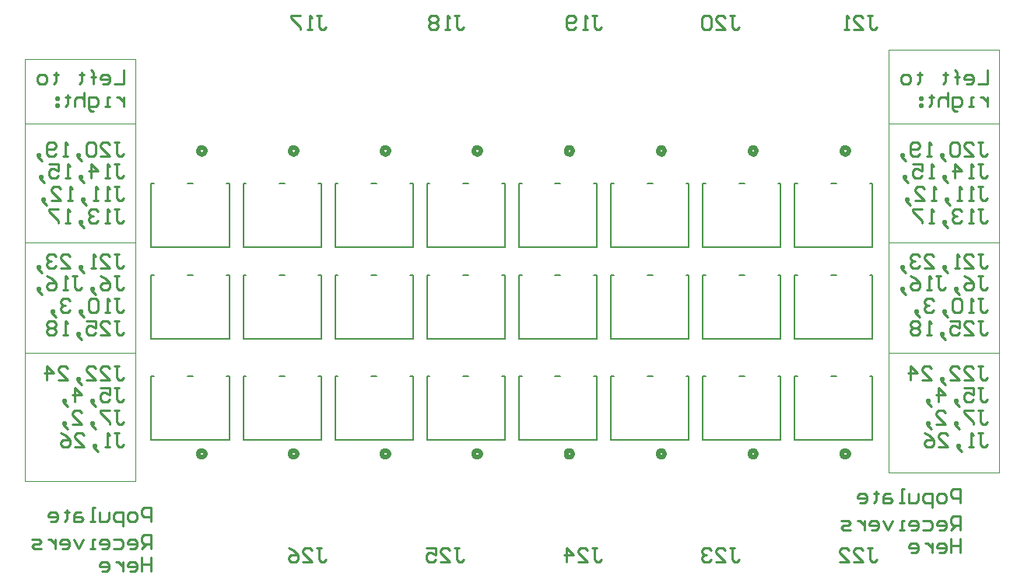
<source format=gbo>
G04*
G04 #@! TF.GenerationSoftware,Altium Limited,Altium Designer,20.2.6 (244)*
G04*
G04 Layer_Color=32896*
%FSLAX25Y25*%
%MOIN*%
G70*
G04*
G04 #@! TF.SameCoordinates,DE4CB47F-8CA2-4EB0-BB09-0AE2ED907EE7*
G04*
G04*
G04 #@! TF.FilePolarity,Positive*
G04*
G01*
G75*
%ADD12C,0.01000*%
%ADD32C,0.02000*%
%ADD33C,0.00394*%
%ADD34C,0.00600*%
D12*
X164354Y357473D02*
Y351475D01*
X160356D01*
X155357D02*
X157357D01*
X158356Y352474D01*
Y354474D01*
X157357Y355473D01*
X155357D01*
X154358Y354474D01*
Y353474D01*
X158356D01*
X151358Y351475D02*
Y356473D01*
Y354474D01*
X152358D01*
X150359D01*
X151358D01*
Y356473D01*
X150359Y357473D01*
X146360Y356473D02*
Y355473D01*
X147360D01*
X145361D01*
X146360D01*
Y352474D01*
X145361Y351475D01*
X135364Y356473D02*
Y355473D01*
X136363D01*
X134364D01*
X135364D01*
Y352474D01*
X134364Y351475D01*
X130365D02*
X128366D01*
X127366Y352474D01*
Y354474D01*
X128366Y355473D01*
X130365D01*
X131365Y354474D01*
Y352474D01*
X130365Y351475D01*
X164354Y345876D02*
Y341877D01*
Y343877D01*
X163355Y344876D01*
X162355Y345876D01*
X161355D01*
X158356Y341877D02*
X156357D01*
X157357D01*
Y345876D01*
X158356D01*
X151358Y339878D02*
X150359D01*
X149359Y340878D01*
Y345876D01*
X152358D01*
X153358Y344876D01*
Y342877D01*
X152358Y341877D01*
X149359D01*
X147360Y347875D02*
Y341877D01*
Y344876D01*
X146360Y345876D01*
X144361D01*
X143361Y344876D01*
Y341877D01*
X140362Y346876D02*
Y345876D01*
X141362D01*
X139362D01*
X140362D01*
Y342877D01*
X139362Y341877D01*
X136363Y345876D02*
X135364D01*
Y344876D01*
X136363D01*
Y345876D01*
Y342877D02*
X135364D01*
Y341877D01*
X136363D01*
Y342877D01*
X160356Y326680D02*
X162355D01*
X161355D01*
Y321682D01*
X162355Y320683D01*
X163355D01*
X164354Y321682D01*
X154358Y320683D02*
X158356D01*
X154358Y324681D01*
Y325681D01*
X155357Y326680D01*
X157357D01*
X158356Y325681D01*
X152358D02*
X151358Y326680D01*
X149359D01*
X148360Y325681D01*
Y321682D01*
X149359Y320683D01*
X151358D01*
X152358Y321682D01*
Y325681D01*
X145361Y319683D02*
X144361Y320683D01*
Y321682D01*
X145361D01*
Y320683D01*
X144361D01*
X145361Y319683D01*
X146360Y318683D01*
X140362Y320683D02*
X138363D01*
X139362D01*
Y326680D01*
X140362Y325681D01*
X135364Y321682D02*
X134364Y320683D01*
X132365D01*
X131365Y321682D01*
Y325681D01*
X132365Y326680D01*
X134364D01*
X135364Y325681D01*
Y324681D01*
X134364Y323681D01*
X131365D01*
X128366Y319683D02*
X127366Y320683D01*
Y321682D01*
X128366D01*
Y320683D01*
X127366D01*
X128366Y319683D01*
X129366Y318683D01*
X160356Y317083D02*
X162355D01*
X161355D01*
Y312085D01*
X162355Y311085D01*
X163355D01*
X164354Y312085D01*
X158356Y311085D02*
X156357D01*
X157357D01*
Y317083D01*
X158356Y316083D01*
X150359Y311085D02*
Y317083D01*
X153358Y314084D01*
X149359D01*
X146360Y310085D02*
X145361Y311085D01*
Y312085D01*
X146360D01*
Y311085D01*
X145361D01*
X146360Y310085D01*
X147360Y309085D01*
X141362Y311085D02*
X139362D01*
X140362D01*
Y317083D01*
X141362Y316083D01*
X132365Y317083D02*
X136363D01*
Y314084D01*
X134364Y315084D01*
X133364D01*
X132365Y314084D01*
Y312085D01*
X133364Y311085D01*
X135364D01*
X136363Y312085D01*
X129366Y310085D02*
X128366Y311085D01*
Y312085D01*
X129366D01*
Y311085D01*
X128366D01*
X129366Y310085D01*
X130365Y309085D01*
X160356Y307485D02*
X162355D01*
X161355D01*
Y302487D01*
X162355Y301487D01*
X163355D01*
X164354Y302487D01*
X158356Y301487D02*
X156357D01*
X157357D01*
Y307485D01*
X158356Y306486D01*
X153358Y301487D02*
X151358D01*
X152358D01*
Y307485D01*
X153358Y306486D01*
X147360Y300487D02*
X146360Y301487D01*
Y302487D01*
X147360D01*
Y301487D01*
X146360D01*
X147360Y300487D01*
X148360Y299488D01*
X142361Y301487D02*
X140362D01*
X141362D01*
Y307485D01*
X142361Y306486D01*
X133364Y301487D02*
X137363D01*
X133364Y305486D01*
Y306486D01*
X134364Y307485D01*
X136363D01*
X137363Y306486D01*
X130365Y300487D02*
X129366Y301487D01*
Y302487D01*
X130365D01*
Y301487D01*
X129366D01*
X130365Y300487D01*
X131365Y299488D01*
X160356Y297887D02*
X162355D01*
X161355D01*
Y292889D01*
X162355Y291889D01*
X163355D01*
X164354Y292889D01*
X158356Y291889D02*
X156357D01*
X157357D01*
Y297887D01*
X158356Y296888D01*
X153358D02*
X152358Y297887D01*
X150359D01*
X149359Y296888D01*
Y295888D01*
X150359Y294888D01*
X151358D01*
X150359D01*
X149359Y293889D01*
Y292889D01*
X150359Y291889D01*
X152358D01*
X153358Y292889D01*
X146360Y290890D02*
X145361Y291889D01*
Y292889D01*
X146360D01*
Y291889D01*
X145361D01*
X146360Y290890D01*
X147360Y289890D01*
X141362Y291889D02*
X139362D01*
X140362D01*
Y297887D01*
X141362Y296888D01*
X136363Y297887D02*
X132365D01*
Y296888D01*
X136363Y292889D01*
Y291889D01*
X160356Y278692D02*
X162355D01*
X161355D01*
Y273694D01*
X162355Y272694D01*
X163355D01*
X164354Y273694D01*
X154358Y272694D02*
X158356D01*
X154358Y276693D01*
Y277693D01*
X155357Y278692D01*
X157357D01*
X158356Y277693D01*
X152358Y272694D02*
X150359D01*
X151358D01*
Y278692D01*
X152358Y277693D01*
X146360Y271694D02*
X145361Y272694D01*
Y273694D01*
X146360D01*
Y272694D01*
X145361D01*
X146360Y271694D01*
X147360Y270695D01*
X137363Y272694D02*
X141362D01*
X137363Y276693D01*
Y277693D01*
X138363Y278692D01*
X140362D01*
X141362Y277693D01*
X135364D02*
X134364Y278692D01*
X132365D01*
X131365Y277693D01*
Y276693D01*
X132365Y275693D01*
X133364D01*
X132365D01*
X131365Y274693D01*
Y273694D01*
X132365Y272694D01*
X134364D01*
X135364Y273694D01*
X128366Y271694D02*
X127366Y272694D01*
Y273694D01*
X128366D01*
Y272694D01*
X127366D01*
X128366Y271694D01*
X129366Y270695D01*
X160356Y269094D02*
X162355D01*
X161355D01*
Y264096D01*
X162355Y263096D01*
X163355D01*
X164354Y264096D01*
X154358Y269094D02*
X156357Y268095D01*
X158356Y266095D01*
Y264096D01*
X157357Y263096D01*
X155357D01*
X154358Y264096D01*
Y265096D01*
X155357Y266095D01*
X158356D01*
X151358Y262097D02*
X150359Y263096D01*
Y264096D01*
X151358D01*
Y263096D01*
X150359D01*
X151358Y262097D01*
X152358Y261097D01*
X142361Y269094D02*
X144361D01*
X143361D01*
Y264096D01*
X144361Y263096D01*
X145361D01*
X146360Y264096D01*
X140362Y263096D02*
X138363D01*
X139362D01*
Y269094D01*
X140362Y268095D01*
X131365Y269094D02*
X133364Y268095D01*
X135364Y266095D01*
Y264096D01*
X134364Y263096D01*
X132365D01*
X131365Y264096D01*
Y265096D01*
X132365Y266095D01*
X135364D01*
X128366Y262097D02*
X127366Y263096D01*
Y264096D01*
X128366D01*
Y263096D01*
X127366D01*
X128366Y262097D01*
X129366Y261097D01*
X160356Y259497D02*
X162355D01*
X161355D01*
Y254498D01*
X162355Y253499D01*
X163355D01*
X164354Y254498D01*
X158356Y253499D02*
X156357D01*
X157357D01*
Y259497D01*
X158356Y258497D01*
X153358D02*
X152358Y259497D01*
X150359D01*
X149359Y258497D01*
Y254498D01*
X150359Y253499D01*
X152358D01*
X153358Y254498D01*
Y258497D01*
X146360Y252499D02*
X145361Y253499D01*
Y254498D01*
X146360D01*
Y253499D01*
X145361D01*
X146360Y252499D01*
X147360Y251499D01*
X141362Y258497D02*
X140362Y259497D01*
X138363D01*
X137363Y258497D01*
Y257498D01*
X138363Y256498D01*
X139362D01*
X138363D01*
X137363Y255498D01*
Y254498D01*
X138363Y253499D01*
X140362D01*
X141362Y254498D01*
X134364Y252499D02*
X133364Y253499D01*
Y254498D01*
X134364D01*
Y253499D01*
X133364D01*
X134364Y252499D01*
X135364Y251499D01*
X160356Y249899D02*
X162355D01*
X161355D01*
Y244901D01*
X162355Y243901D01*
X163355D01*
X164354Y244901D01*
X154358Y243901D02*
X158356D01*
X154358Y247900D01*
Y248900D01*
X155357Y249899D01*
X157357D01*
X158356Y248900D01*
X148360Y249899D02*
X152358D01*
Y246900D01*
X150359Y247900D01*
X149359D01*
X148360Y246900D01*
Y244901D01*
X149359Y243901D01*
X151358D01*
X152358Y244901D01*
X145361Y242901D02*
X144361Y243901D01*
Y244901D01*
X145361D01*
Y243901D01*
X144361D01*
X145361Y242901D01*
X146360Y241902D01*
X140362Y243901D02*
X138363D01*
X139362D01*
Y249899D01*
X140362Y248900D01*
X135364D02*
X134364Y249899D01*
X132365D01*
X131365Y248900D01*
Y247900D01*
X132365Y246900D01*
X131365Y245900D01*
Y244901D01*
X132365Y243901D01*
X134364D01*
X135364Y244901D01*
Y245900D01*
X134364Y246900D01*
X135364Y247900D01*
Y248900D01*
X134364Y246900D02*
X132365D01*
X160356Y230704D02*
X162355D01*
X161355D01*
Y225705D01*
X162355Y224706D01*
X163355D01*
X164354Y225705D01*
X154358Y224706D02*
X158356D01*
X154358Y228705D01*
Y229704D01*
X155357Y230704D01*
X157357D01*
X158356Y229704D01*
X148360Y224706D02*
X152358D01*
X148360Y228705D01*
Y229704D01*
X149359Y230704D01*
X151358D01*
X152358Y229704D01*
X145361Y223706D02*
X144361Y224706D01*
Y225705D01*
X145361D01*
Y224706D01*
X144361D01*
X145361Y223706D01*
X146360Y222706D01*
X136363Y224706D02*
X140362D01*
X136363Y228705D01*
Y229704D01*
X137363Y230704D01*
X139362D01*
X140362Y229704D01*
X131365Y224706D02*
Y230704D01*
X134364Y227705D01*
X130365D01*
X160356Y221106D02*
X162355D01*
X161355D01*
Y216108D01*
X162355Y215108D01*
X163355D01*
X164354Y216108D01*
X154358Y221106D02*
X158356D01*
Y218107D01*
X156357Y219107D01*
X155357D01*
X154358Y218107D01*
Y216108D01*
X155357Y215108D01*
X157357D01*
X158356Y216108D01*
X151358Y214108D02*
X150359Y215108D01*
Y216108D01*
X151358D01*
Y215108D01*
X150359D01*
X151358Y214108D01*
X152358Y213109D01*
X143361Y215108D02*
Y221106D01*
X146360Y218107D01*
X142361D01*
X139362Y214108D02*
X138363Y215108D01*
Y216108D01*
X139362D01*
Y215108D01*
X138363D01*
X139362Y214108D01*
X140362Y213109D01*
X160356Y211508D02*
X162355D01*
X161355D01*
Y206510D01*
X162355Y205510D01*
X163355D01*
X164354Y206510D01*
X158356Y211508D02*
X154358D01*
Y210509D01*
X158356Y206510D01*
Y205510D01*
X151358Y204511D02*
X150359Y205510D01*
Y206510D01*
X151358D01*
Y205510D01*
X150359D01*
X151358Y204511D01*
X152358Y203511D01*
X142361Y205510D02*
X146360D01*
X142361Y209509D01*
Y210509D01*
X143361Y211508D01*
X145361D01*
X146360Y210509D01*
X139362Y204511D02*
X138363Y205510D01*
Y206510D01*
X139362D01*
Y205510D01*
X138363D01*
X139362Y204511D01*
X140362Y203511D01*
X160356Y201911D02*
X162355D01*
X161355D01*
Y196912D01*
X162355Y195913D01*
X163355D01*
X164354Y196912D01*
X158356Y195913D02*
X156357D01*
X157357D01*
Y201911D01*
X158356Y200911D01*
X152358Y194913D02*
X151358Y195913D01*
Y196912D01*
X152358D01*
Y195913D01*
X151358D01*
X152358Y194913D01*
X153358Y193913D01*
X143361Y195913D02*
X147360D01*
X143361Y199911D01*
Y200911D01*
X144361Y201911D01*
X146360D01*
X147360Y200911D01*
X137363Y201911D02*
X139362Y200911D01*
X141362Y198912D01*
Y196912D01*
X140362Y195913D01*
X138363D01*
X137363Y196912D01*
Y197912D01*
X138363Y198912D01*
X141362D01*
X534433Y357473D02*
Y351475D01*
X530434D01*
X525436D02*
X527435D01*
X528435Y352474D01*
Y354474D01*
X527435Y355473D01*
X525436D01*
X524436Y354474D01*
Y353474D01*
X528435D01*
X521437Y351475D02*
Y356473D01*
Y354474D01*
X522437D01*
X520438D01*
X521437D01*
Y356473D01*
X520438Y357473D01*
X516439Y356473D02*
Y355473D01*
X517439D01*
X515439D01*
X516439D01*
Y352474D01*
X515439Y351475D01*
X505442Y356473D02*
Y355473D01*
X506442D01*
X504443D01*
X505442D01*
Y352474D01*
X504443Y351475D01*
X500444D02*
X498445D01*
X497445Y352474D01*
Y354474D01*
X498445Y355473D01*
X500444D01*
X501444Y354474D01*
Y352474D01*
X500444Y351475D01*
X534433Y345876D02*
Y341877D01*
Y343877D01*
X533433Y344876D01*
X532434Y345876D01*
X531434D01*
X528435Y341877D02*
X526436D01*
X527435D01*
Y345876D01*
X528435D01*
X521437Y339878D02*
X520438D01*
X519438Y340878D01*
Y345876D01*
X522437D01*
X523437Y344876D01*
Y342877D01*
X522437Y341877D01*
X519438D01*
X517439Y347875D02*
Y341877D01*
Y344876D01*
X516439Y345876D01*
X514439D01*
X513440Y344876D01*
Y341877D01*
X510441Y346876D02*
Y345876D01*
X511441D01*
X509441D01*
X510441D01*
Y342877D01*
X509441Y341877D01*
X506442Y345876D02*
X505442D01*
Y344876D01*
X506442D01*
Y345876D01*
Y342877D02*
X505442D01*
Y341877D01*
X506442D01*
Y342877D01*
X530434Y326680D02*
X532434D01*
X531434D01*
Y321682D01*
X532434Y320683D01*
X533433D01*
X534433Y321682D01*
X524436Y320683D02*
X528435D01*
X524436Y324681D01*
Y325681D01*
X525436Y326680D01*
X527435D01*
X528435Y325681D01*
X522437D02*
X521437Y326680D01*
X519438D01*
X518438Y325681D01*
Y321682D01*
X519438Y320683D01*
X521437D01*
X522437Y321682D01*
Y325681D01*
X515439Y319683D02*
X514439Y320683D01*
Y321682D01*
X515439D01*
Y320683D01*
X514439D01*
X515439Y319683D01*
X516439Y318683D01*
X510441Y320683D02*
X508441D01*
X509441D01*
Y326680D01*
X510441Y325681D01*
X505442Y321682D02*
X504443Y320683D01*
X502443D01*
X501444Y321682D01*
Y325681D01*
X502443Y326680D01*
X504443D01*
X505442Y325681D01*
Y324681D01*
X504443Y323681D01*
X501444D01*
X498445Y319683D02*
X497445Y320683D01*
Y321682D01*
X498445D01*
Y320683D01*
X497445D01*
X498445Y319683D01*
X499444Y318683D01*
X530434Y317083D02*
X532434D01*
X531434D01*
Y312085D01*
X532434Y311085D01*
X533433D01*
X534433Y312085D01*
X528435Y311085D02*
X526436D01*
X527435D01*
Y317083D01*
X528435Y316083D01*
X520438Y311085D02*
Y317083D01*
X523437Y314084D01*
X519438D01*
X516439Y310085D02*
X515439Y311085D01*
Y312085D01*
X516439D01*
Y311085D01*
X515439D01*
X516439Y310085D01*
X517439Y309085D01*
X511441Y311085D02*
X509441D01*
X510441D01*
Y317083D01*
X511441Y316083D01*
X502443Y317083D02*
X506442D01*
Y314084D01*
X504443Y315084D01*
X503443D01*
X502443Y314084D01*
Y312085D01*
X503443Y311085D01*
X505442D01*
X506442Y312085D01*
X499444Y310085D02*
X498445Y311085D01*
Y312085D01*
X499444D01*
Y311085D01*
X498445D01*
X499444Y310085D01*
X500444Y309085D01*
X530434Y307485D02*
X532434D01*
X531434D01*
Y302487D01*
X532434Y301487D01*
X533433D01*
X534433Y302487D01*
X528435Y301487D02*
X526436D01*
X527435D01*
Y307485D01*
X528435Y306486D01*
X523437Y301487D02*
X521437D01*
X522437D01*
Y307485D01*
X523437Y306486D01*
X517439Y300487D02*
X516439Y301487D01*
Y302487D01*
X517439D01*
Y301487D01*
X516439D01*
X517439Y300487D01*
X518438Y299488D01*
X512440Y301487D02*
X510441D01*
X511441D01*
Y307485D01*
X512440Y306486D01*
X503443Y301487D02*
X507442D01*
X503443Y305486D01*
Y306486D01*
X504443Y307485D01*
X506442D01*
X507442Y306486D01*
X500444Y300487D02*
X499444Y301487D01*
Y302487D01*
X500444D01*
Y301487D01*
X499444D01*
X500444Y300487D01*
X501444Y299488D01*
X530434Y297887D02*
X532434D01*
X531434D01*
Y292889D01*
X532434Y291889D01*
X533433D01*
X534433Y292889D01*
X528435Y291889D02*
X526436D01*
X527435D01*
Y297887D01*
X528435Y296888D01*
X523437D02*
X522437Y297887D01*
X520438D01*
X519438Y296888D01*
Y295888D01*
X520438Y294888D01*
X521437D01*
X520438D01*
X519438Y293889D01*
Y292889D01*
X520438Y291889D01*
X522437D01*
X523437Y292889D01*
X516439Y290890D02*
X515439Y291889D01*
Y292889D01*
X516439D01*
Y291889D01*
X515439D01*
X516439Y290890D01*
X517439Y289890D01*
X511441Y291889D02*
X509441D01*
X510441D01*
Y297887D01*
X511441Y296888D01*
X506442Y297887D02*
X502443D01*
Y296888D01*
X506442Y292889D01*
Y291889D01*
X530434Y278692D02*
X532434D01*
X531434D01*
Y273694D01*
X532434Y272694D01*
X533433D01*
X534433Y273694D01*
X524436Y272694D02*
X528435D01*
X524436Y276693D01*
Y277693D01*
X525436Y278692D01*
X527435D01*
X528435Y277693D01*
X522437Y272694D02*
X520438D01*
X521437D01*
Y278692D01*
X522437Y277693D01*
X516439Y271694D02*
X515439Y272694D01*
Y273694D01*
X516439D01*
Y272694D01*
X515439D01*
X516439Y271694D01*
X517439Y270695D01*
X507442Y272694D02*
X511441D01*
X507442Y276693D01*
Y277693D01*
X508441Y278692D01*
X510441D01*
X511441Y277693D01*
X505442D02*
X504443Y278692D01*
X502443D01*
X501444Y277693D01*
Y276693D01*
X502443Y275693D01*
X503443D01*
X502443D01*
X501444Y274693D01*
Y273694D01*
X502443Y272694D01*
X504443D01*
X505442Y273694D01*
X498445Y271694D02*
X497445Y272694D01*
Y273694D01*
X498445D01*
Y272694D01*
X497445D01*
X498445Y271694D01*
X499444Y270695D01*
X530434Y269094D02*
X532434D01*
X531434D01*
Y264096D01*
X532434Y263096D01*
X533433D01*
X534433Y264096D01*
X524436Y269094D02*
X526436Y268095D01*
X528435Y266095D01*
Y264096D01*
X527435Y263096D01*
X525436D01*
X524436Y264096D01*
Y265096D01*
X525436Y266095D01*
X528435D01*
X521437Y262097D02*
X520438Y263096D01*
Y264096D01*
X521437D01*
Y263096D01*
X520438D01*
X521437Y262097D01*
X522437Y261097D01*
X512440Y269094D02*
X514439D01*
X513440D01*
Y264096D01*
X514439Y263096D01*
X515439D01*
X516439Y264096D01*
X510441Y263096D02*
X508441D01*
X509441D01*
Y269094D01*
X510441Y268095D01*
X501444Y269094D02*
X503443Y268095D01*
X505442Y266095D01*
Y264096D01*
X504443Y263096D01*
X502443D01*
X501444Y264096D01*
Y265096D01*
X502443Y266095D01*
X505442D01*
X498445Y262097D02*
X497445Y263096D01*
Y264096D01*
X498445D01*
Y263096D01*
X497445D01*
X498445Y262097D01*
X499444Y261097D01*
X530434Y259497D02*
X532434D01*
X531434D01*
Y254498D01*
X532434Y253499D01*
X533433D01*
X534433Y254498D01*
X528435Y253499D02*
X526436D01*
X527435D01*
Y259497D01*
X528435Y258497D01*
X523437D02*
X522437Y259497D01*
X520438D01*
X519438Y258497D01*
Y254498D01*
X520438Y253499D01*
X522437D01*
X523437Y254498D01*
Y258497D01*
X516439Y252499D02*
X515439Y253499D01*
Y254498D01*
X516439D01*
Y253499D01*
X515439D01*
X516439Y252499D01*
X517439Y251499D01*
X511441Y258497D02*
X510441Y259497D01*
X508441D01*
X507442Y258497D01*
Y257498D01*
X508441Y256498D01*
X509441D01*
X508441D01*
X507442Y255498D01*
Y254498D01*
X508441Y253499D01*
X510441D01*
X511441Y254498D01*
X504443Y252499D02*
X503443Y253499D01*
Y254498D01*
X504443D01*
Y253499D01*
X503443D01*
X504443Y252499D01*
X505442Y251499D01*
X530434Y249899D02*
X532434D01*
X531434D01*
Y244901D01*
X532434Y243901D01*
X533433D01*
X534433Y244901D01*
X524436Y243901D02*
X528435D01*
X524436Y247900D01*
Y248900D01*
X525436Y249899D01*
X527435D01*
X528435Y248900D01*
X518438Y249899D02*
X522437D01*
Y246900D01*
X520438Y247900D01*
X519438D01*
X518438Y246900D01*
Y244901D01*
X519438Y243901D01*
X521437D01*
X522437Y244901D01*
X515439Y242901D02*
X514439Y243901D01*
Y244901D01*
X515439D01*
Y243901D01*
X514439D01*
X515439Y242901D01*
X516439Y241902D01*
X510441Y243901D02*
X508441D01*
X509441D01*
Y249899D01*
X510441Y248900D01*
X505442D02*
X504443Y249899D01*
X502443D01*
X501444Y248900D01*
Y247900D01*
X502443Y246900D01*
X501444Y245900D01*
Y244901D01*
X502443Y243901D01*
X504443D01*
X505442Y244901D01*
Y245900D01*
X504443Y246900D01*
X505442Y247900D01*
Y248900D01*
X504443Y246900D02*
X502443D01*
X530434Y230704D02*
X532434D01*
X531434D01*
Y225705D01*
X532434Y224706D01*
X533433D01*
X534433Y225705D01*
X524436Y224706D02*
X528435D01*
X524436Y228705D01*
Y229704D01*
X525436Y230704D01*
X527435D01*
X528435Y229704D01*
X518438Y224706D02*
X522437D01*
X518438Y228705D01*
Y229704D01*
X519438Y230704D01*
X521437D01*
X522437Y229704D01*
X515439Y223706D02*
X514439Y224706D01*
Y225705D01*
X515439D01*
Y224706D01*
X514439D01*
X515439Y223706D01*
X516439Y222706D01*
X506442Y224706D02*
X510441D01*
X506442Y228705D01*
Y229704D01*
X507442Y230704D01*
X509441D01*
X510441Y229704D01*
X501444Y224706D02*
Y230704D01*
X504443Y227705D01*
X500444D01*
X530434Y221106D02*
X532434D01*
X531434D01*
Y216108D01*
X532434Y215108D01*
X533433D01*
X534433Y216108D01*
X524436Y221106D02*
X528435D01*
Y218107D01*
X526436Y219107D01*
X525436D01*
X524436Y218107D01*
Y216108D01*
X525436Y215108D01*
X527435D01*
X528435Y216108D01*
X521437Y214108D02*
X520438Y215108D01*
Y216108D01*
X521437D01*
Y215108D01*
X520438D01*
X521437Y214108D01*
X522437Y213109D01*
X513440Y215108D02*
Y221106D01*
X516439Y218107D01*
X512440D01*
X509441Y214108D02*
X508441Y215108D01*
Y216108D01*
X509441D01*
Y215108D01*
X508441D01*
X509441Y214108D01*
X510441Y213109D01*
X530434Y211508D02*
X532434D01*
X531434D01*
Y206510D01*
X532434Y205510D01*
X533433D01*
X534433Y206510D01*
X528435Y211508D02*
X524436D01*
Y210509D01*
X528435Y206510D01*
Y205510D01*
X521437Y204511D02*
X520438Y205510D01*
Y206510D01*
X521437D01*
Y205510D01*
X520438D01*
X521437Y204511D01*
X522437Y203511D01*
X512440Y205510D02*
X516439D01*
X512440Y209509D01*
Y210509D01*
X513440Y211508D01*
X515439D01*
X516439Y210509D01*
X509441Y204511D02*
X508441Y205510D01*
Y206510D01*
X509441D01*
Y205510D01*
X508441D01*
X509441Y204511D01*
X510441Y203511D01*
X530434Y201911D02*
X532434D01*
X531434D01*
Y196912D01*
X532434Y195913D01*
X533433D01*
X534433Y196912D01*
X528435Y195913D02*
X526436D01*
X527435D01*
Y201911D01*
X528435Y200911D01*
X522437Y194913D02*
X521437Y195913D01*
Y196912D01*
X522437D01*
Y195913D01*
X521437D01*
X522437Y194913D01*
X523437Y193913D01*
X513440Y195913D02*
X517439D01*
X513440Y199911D01*
Y200911D01*
X514439Y201911D01*
X516439D01*
X517439Y200911D01*
X507442Y201911D02*
X509441Y200911D01*
X511441Y198912D01*
Y196912D01*
X510441Y195913D01*
X508441D01*
X507442Y196912D01*
Y197912D01*
X508441Y198912D01*
X511441D01*
X522622Y171801D02*
Y177799D01*
X519623D01*
X518623Y176799D01*
Y174800D01*
X519623Y173800D01*
X522622D01*
X515624Y171801D02*
X513625D01*
X512625Y172801D01*
Y174800D01*
X513625Y175800D01*
X515624D01*
X516624Y174800D01*
Y172801D01*
X515624Y171801D01*
X510626Y169802D02*
Y175800D01*
X507627D01*
X506627Y174800D01*
Y172801D01*
X507627Y171801D01*
X510626D01*
X504628Y175800D02*
Y172801D01*
X503628Y171801D01*
X500629D01*
Y175800D01*
X498630Y171801D02*
X496630D01*
X497630D01*
Y177799D01*
X498630D01*
X492632Y175800D02*
X490632D01*
X489633Y174800D01*
Y171801D01*
X492632D01*
X493631Y172801D01*
X492632Y173800D01*
X489633D01*
X486634Y176799D02*
Y175800D01*
X487633D01*
X485634D01*
X486634D01*
Y172801D01*
X485634Y171801D01*
X479636D02*
X481635D01*
X482635Y172801D01*
Y174800D01*
X481635Y175800D01*
X479636D01*
X478636Y174800D01*
Y173800D01*
X482635D01*
X522622Y160204D02*
Y166202D01*
X519623D01*
X518623Y165202D01*
Y163203D01*
X519623Y162203D01*
X522622D01*
X520623D02*
X518623Y160204D01*
X513625D02*
X515624D01*
X516624Y161204D01*
Y163203D01*
X515624Y164203D01*
X513625D01*
X512625Y163203D01*
Y162203D01*
X516624D01*
X506627Y164203D02*
X509626D01*
X510626Y163203D01*
Y161204D01*
X509626Y160204D01*
X506627D01*
X501629D02*
X503628D01*
X504628Y161204D01*
Y163203D01*
X503628Y164203D01*
X501629D01*
X500629Y163203D01*
Y162203D01*
X504628D01*
X498630Y160204D02*
X496630D01*
X497630D01*
Y164203D01*
X498630D01*
X493631D02*
X491632Y160204D01*
X489633Y164203D01*
X484634Y160204D02*
X486634D01*
X487633Y161204D01*
Y163203D01*
X486634Y164203D01*
X484634D01*
X483635Y163203D01*
Y162203D01*
X487633D01*
X481635Y164203D02*
Y160204D01*
Y162203D01*
X480636Y163203D01*
X479636Y164203D01*
X478636D01*
X475637Y160204D02*
X472638D01*
X471638Y161204D01*
X472638Y162203D01*
X474638D01*
X475637Y163203D01*
X474638Y164203D01*
X471638D01*
X522622Y156604D02*
Y150606D01*
Y153605D01*
X518623D01*
Y156604D01*
Y150606D01*
X513625D02*
X515624D01*
X516624Y151606D01*
Y153605D01*
X515624Y154605D01*
X513625D01*
X512625Y153605D01*
Y152606D01*
X516624D01*
X510626Y154605D02*
Y150606D01*
Y152606D01*
X509626Y153605D01*
X508627Y154605D01*
X507627D01*
X501629Y150606D02*
X503628D01*
X504628Y151606D01*
Y153605D01*
X503628Y154605D01*
X501629D01*
X500629Y153605D01*
Y152606D01*
X504628D01*
X176165Y163927D02*
Y169925D01*
X173166D01*
X172167Y168925D01*
Y166926D01*
X173166Y165926D01*
X176165D01*
X169168Y163927D02*
X167168D01*
X166169Y164927D01*
Y166926D01*
X167168Y167926D01*
X169168D01*
X170167Y166926D01*
Y164927D01*
X169168Y163927D01*
X164169Y161928D02*
Y167926D01*
X161170D01*
X160170Y166926D01*
Y164927D01*
X161170Y163927D01*
X164169D01*
X158171Y167926D02*
Y164927D01*
X157171Y163927D01*
X154173D01*
Y167926D01*
X152173Y163927D02*
X150174D01*
X151173D01*
Y169925D01*
X152173D01*
X146175Y167926D02*
X144176D01*
X143176Y166926D01*
Y163927D01*
X146175D01*
X147175Y164927D01*
X146175Y165926D01*
X143176D01*
X140177Y168925D02*
Y167926D01*
X141177D01*
X139177D01*
X140177D01*
Y164927D01*
X139177Y163927D01*
X133179D02*
X135179D01*
X136178Y164927D01*
Y166926D01*
X135179Y167926D01*
X133179D01*
X132180Y166926D01*
Y165926D01*
X136178D01*
X176165Y152330D02*
Y158328D01*
X173166D01*
X172167Y157328D01*
Y155329D01*
X173166Y154329D01*
X176165D01*
X174166D02*
X172167Y152330D01*
X167168D02*
X169168D01*
X170167Y153330D01*
Y155329D01*
X169168Y156329D01*
X167168D01*
X166169Y155329D01*
Y154329D01*
X170167D01*
X160170Y156329D02*
X163170D01*
X164169Y155329D01*
Y153330D01*
X163170Y152330D01*
X160170D01*
X155172D02*
X157171D01*
X158171Y153330D01*
Y155329D01*
X157171Y156329D01*
X155172D01*
X154173Y155329D01*
Y154329D01*
X158171D01*
X152173Y152330D02*
X150174D01*
X151173D01*
Y156329D01*
X152173D01*
X147175D02*
X145175Y152330D01*
X143176Y156329D01*
X138178Y152330D02*
X140177D01*
X141177Y153330D01*
Y155329D01*
X140177Y156329D01*
X138178D01*
X137178Y155329D01*
Y154329D01*
X141177D01*
X135179Y156329D02*
Y152330D01*
Y154329D01*
X134179Y155329D01*
X133179Y156329D01*
X132180D01*
X129181Y152330D02*
X126181D01*
X125182Y153330D01*
X126181Y154329D01*
X128181D01*
X129181Y155329D01*
X128181Y156329D01*
X125182D01*
X176165Y148730D02*
Y142732D01*
Y145731D01*
X172167D01*
Y148730D01*
Y142732D01*
X167168D02*
X169168D01*
X170167Y143732D01*
Y145731D01*
X169168Y146731D01*
X167168D01*
X166169Y145731D01*
Y144732D01*
X170167D01*
X164169Y146731D02*
Y142732D01*
Y144732D01*
X163170Y145731D01*
X162170Y146731D01*
X161170D01*
X155172Y142732D02*
X157171D01*
X158171Y143732D01*
Y145731D01*
X157171Y146731D01*
X155172D01*
X154173Y145731D01*
Y144732D01*
X158171D01*
X483190Y152667D02*
X485190D01*
X484190D01*
Y147669D01*
X485190Y146669D01*
X486189D01*
X487189Y147669D01*
X477192Y146669D02*
X481191D01*
X477192Y150668D01*
Y151668D01*
X478192Y152667D01*
X480191D01*
X481191Y151668D01*
X471194Y146669D02*
X475193D01*
X471194Y150668D01*
Y151668D01*
X472194Y152667D01*
X474193D01*
X475193Y151668D01*
X424135Y152667D02*
X426134D01*
X425135D01*
Y147669D01*
X426134Y146669D01*
X427134D01*
X428134Y147669D01*
X418137Y146669D02*
X422136D01*
X418137Y150668D01*
Y151668D01*
X419137Y152667D01*
X421136D01*
X422136Y151668D01*
X416138D02*
X415138Y152667D01*
X413139D01*
X412139Y151668D01*
Y150668D01*
X413139Y149668D01*
X414138D01*
X413139D01*
X412139Y148669D01*
Y147669D01*
X413139Y146669D01*
X415138D01*
X416138Y147669D01*
X365080Y152667D02*
X367079D01*
X366080D01*
Y147669D01*
X367079Y146669D01*
X368079D01*
X369079Y147669D01*
X359082Y146669D02*
X363081D01*
X359082Y150668D01*
Y151668D01*
X360082Y152667D01*
X362081D01*
X363081Y151668D01*
X354084Y146669D02*
Y152667D01*
X357083Y149668D01*
X353084D01*
X306025Y152667D02*
X308024D01*
X307025D01*
Y147669D01*
X308024Y146669D01*
X309024D01*
X310024Y147669D01*
X300027Y146669D02*
X304026D01*
X300027Y150668D01*
Y151668D01*
X301027Y152667D01*
X303026D01*
X304026Y151668D01*
X294029Y152667D02*
X298027D01*
Y149668D01*
X296028Y150668D01*
X295028D01*
X294029Y149668D01*
Y147669D01*
X295028Y146669D01*
X297028D01*
X298027Y147669D01*
X246970Y152667D02*
X248969D01*
X247970D01*
Y147669D01*
X248969Y146669D01*
X249969D01*
X250969Y147669D01*
X240972Y146669D02*
X244970D01*
X240972Y150668D01*
Y151668D01*
X241971Y152667D01*
X243971D01*
X244970Y151668D01*
X234974Y152667D02*
X236973Y151668D01*
X238972Y149668D01*
Y147669D01*
X237973Y146669D01*
X235973D01*
X234974Y147669D01*
Y148669D01*
X235973Y149668D01*
X238972D01*
X483190Y381014D02*
X485190D01*
X484190D01*
Y376015D01*
X485190Y375016D01*
X486189D01*
X487189Y376015D01*
X477192Y375016D02*
X481191D01*
X477192Y379014D01*
Y380014D01*
X478192Y381014D01*
X480191D01*
X481191Y380014D01*
X475193Y375016D02*
X473194D01*
X474193D01*
Y381014D01*
X475193Y380014D01*
X424135Y381014D02*
X426134D01*
X425135D01*
Y376015D01*
X426134Y375016D01*
X427134D01*
X428134Y376015D01*
X418137Y375016D02*
X422136D01*
X418137Y379014D01*
Y380014D01*
X419137Y381014D01*
X421136D01*
X422136Y380014D01*
X416138D02*
X415138Y381014D01*
X413139D01*
X412139Y380014D01*
Y376015D01*
X413139Y375016D01*
X415138D01*
X416138Y376015D01*
Y380014D01*
X365080Y381014D02*
X367079D01*
X366080D01*
Y376015D01*
X367079Y375016D01*
X368079D01*
X369079Y376015D01*
X363081Y375016D02*
X361081D01*
X362081D01*
Y381014D01*
X363081Y380014D01*
X358082Y376015D02*
X357083Y375016D01*
X355083D01*
X354084Y376015D01*
Y380014D01*
X355083Y381014D01*
X357083D01*
X358082Y380014D01*
Y379014D01*
X357083Y378015D01*
X354084D01*
X306025Y381014D02*
X308024D01*
X307025D01*
Y376015D01*
X308024Y375016D01*
X309024D01*
X310024Y376015D01*
X304026Y375016D02*
X302026D01*
X303026D01*
Y381014D01*
X304026Y380014D01*
X299027D02*
X298027Y381014D01*
X296028D01*
X295028Y380014D01*
Y379014D01*
X296028Y378015D01*
X295028Y377015D01*
Y376015D01*
X296028Y375016D01*
X298027D01*
X299027Y376015D01*
Y377015D01*
X298027Y378015D01*
X299027Y379014D01*
Y380014D01*
X298027Y378015D02*
X296028D01*
X246970Y381014D02*
X248969D01*
X247970D01*
Y376015D01*
X248969Y375016D01*
X249969D01*
X250969Y376015D01*
X244970Y375016D02*
X242971D01*
X243971D01*
Y381014D01*
X244970Y380014D01*
X239972Y381014D02*
X235973D01*
Y380014D01*
X239972Y376015D01*
Y375016D01*
D32*
X199335Y322835D02*
X198984Y323799D01*
X198095Y324312D01*
X197085Y324134D01*
X196425Y323348D01*
Y322322D01*
X197085Y321536D01*
X198095Y321357D01*
X198984Y321870D01*
X199335Y322835D01*
X238705D02*
X238354Y323799D01*
X237465Y324312D01*
X236455Y324134D01*
X235795Y323348D01*
Y322322D01*
X236455Y321536D01*
X237465Y321357D01*
X238354Y321870D01*
X238705Y322835D01*
X199335D02*
X198984Y323799D01*
X198095Y324312D01*
X197085Y324134D01*
X196425Y323348D01*
Y322322D01*
X197085Y321536D01*
X198095Y321357D01*
X198984Y321870D01*
X199335Y322835D01*
X238705D02*
X238354Y323799D01*
X237465Y324312D01*
X236455Y324134D01*
X235795Y323348D01*
Y322322D01*
X236455Y321536D01*
X237465Y321357D01*
X238354Y321870D01*
X238705Y322835D01*
X278075D02*
X277724Y323799D01*
X276835Y324312D01*
X275825Y324134D01*
X275165Y323348D01*
Y322322D01*
X275825Y321536D01*
X276835Y321357D01*
X277724Y321870D01*
X278075Y322835D01*
X317445D02*
X317094Y323799D01*
X316205Y324312D01*
X315195Y324134D01*
X314535Y323348D01*
Y322322D01*
X315195Y321536D01*
X316205Y321357D01*
X317094Y321870D01*
X317445Y322835D01*
X356815D02*
X356464Y323799D01*
X355575Y324312D01*
X354565Y324134D01*
X353905Y323348D01*
Y322322D01*
X354565Y321536D01*
X355575Y321357D01*
X356464Y321870D01*
X356815Y322835D01*
X396185D02*
X395834Y323799D01*
X394946Y324312D01*
X393935Y324134D01*
X393275Y323348D01*
Y322322D01*
X393935Y321536D01*
X394946Y321357D01*
X395834Y321870D01*
X396185Y322835D01*
X435555D02*
X435204Y323799D01*
X434316Y324312D01*
X433305Y324134D01*
X432646Y323348D01*
Y322322D01*
X433305Y321536D01*
X434316Y321357D01*
X435204Y321870D01*
X435555Y322835D01*
X474925D02*
X474574Y323799D01*
X473686Y324312D01*
X472675Y324134D01*
X472016Y323348D01*
Y322322D01*
X472675Y321536D01*
X473686Y321357D01*
X474574Y321870D01*
X474925Y322835D01*
X435555Y192913D02*
X435204Y193878D01*
X434316Y194391D01*
X433305Y194212D01*
X432646Y193426D01*
Y192400D01*
X433305Y191614D01*
X434316Y191436D01*
X435204Y191949D01*
X435555Y192913D01*
X435204Y193878D01*
X434316Y194391D01*
X433305Y194212D01*
X432646Y193426D01*
Y192400D01*
X433305Y191614D01*
X434316Y191436D01*
X435204Y191949D01*
X435555Y192913D01*
X474925D02*
X474574Y193878D01*
X473686Y194391D01*
X472675Y194212D01*
X472016Y193426D01*
Y192400D01*
X472675Y191614D01*
X473686Y191436D01*
X474574Y191949D01*
X474925Y192913D01*
X474574Y193878D01*
X473686Y194391D01*
X472675Y194212D01*
X472016Y193426D01*
Y192400D01*
X472675Y191614D01*
X473686Y191436D01*
X474574Y191949D01*
X474925Y192913D01*
X396185Y322835D02*
X395834Y323799D01*
X394946Y324312D01*
X393935Y324134D01*
X393275Y323348D01*
Y322322D01*
X393935Y321536D01*
X394946Y321357D01*
X395834Y321870D01*
X396185Y322835D01*
X356815D02*
X356464Y323799D01*
X355575Y324312D01*
X354565Y324134D01*
X353905Y323348D01*
Y322322D01*
X354565Y321536D01*
X355575Y321357D01*
X356464Y321870D01*
X356815Y322835D01*
X474925D02*
X474574Y323799D01*
X473686Y324312D01*
X472675Y324134D01*
X472016Y323348D01*
Y322322D01*
X472675Y321536D01*
X473686Y321357D01*
X474574Y321870D01*
X474925Y322835D01*
X435555D02*
X435204Y323799D01*
X434316Y324312D01*
X433305Y324134D01*
X432646Y323348D01*
Y322322D01*
X433305Y321536D01*
X434316Y321357D01*
X435204Y321870D01*
X435555Y322835D01*
X317445Y192913D02*
X317094Y193878D01*
X316205Y194391D01*
X315195Y194212D01*
X314535Y193426D01*
Y192400D01*
X315195Y191614D01*
X316205Y191436D01*
X317094Y191949D01*
X317445Y192913D01*
X317094Y193878D01*
X316205Y194391D01*
X315195Y194212D01*
X314535Y193426D01*
Y192400D01*
X315195Y191614D01*
X316205Y191436D01*
X317094Y191949D01*
X317445Y192913D01*
X356815D02*
X356464Y193878D01*
X355575Y194391D01*
X354565Y194212D01*
X353905Y193426D01*
Y192400D01*
X354565Y191614D01*
X355575Y191436D01*
X356464Y191949D01*
X356815Y192913D01*
X356464Y193878D01*
X355575Y194391D01*
X354565Y194212D01*
X353905Y193426D01*
Y192400D01*
X354565Y191614D01*
X355575Y191436D01*
X356464Y191949D01*
X356815Y192913D01*
X396185D02*
X395834Y193878D01*
X394946Y194391D01*
X393935Y194212D01*
X393275Y193426D01*
Y192400D01*
X393935Y191614D01*
X394946Y191436D01*
X395834Y191949D01*
X396185Y192913D01*
X395834Y193878D01*
X394946Y194391D01*
X393935Y194212D01*
X393275Y193426D01*
Y192400D01*
X393935Y191614D01*
X394946Y191436D01*
X395834Y191949D01*
X396185Y192913D01*
X278075D02*
X277724Y193878D01*
X276835Y194391D01*
X275825Y194212D01*
X275165Y193426D01*
Y192400D01*
X275825Y191614D01*
X276835Y191436D01*
X277724Y191949D01*
X278075Y192913D01*
X277724Y193878D01*
X276835Y194391D01*
X275825Y194212D01*
X275165Y193426D01*
Y192400D01*
X275825Y191614D01*
X276835Y191436D01*
X277724Y191949D01*
X278075Y192913D01*
X238705D02*
X238354Y193878D01*
X237465Y194391D01*
X236455Y194212D01*
X235795Y193426D01*
Y192400D01*
X236455Y191614D01*
X237465Y191436D01*
X238354Y191949D01*
X238705Y192913D01*
X238354Y193878D01*
X237465Y194391D01*
X236455Y194212D01*
X235795Y193426D01*
Y192400D01*
X236455Y191614D01*
X237465Y191436D01*
X238354Y191949D01*
X238705Y192913D01*
X317445Y322835D02*
X317094Y323799D01*
X316205Y324312D01*
X315195Y324134D01*
X314535Y323348D01*
Y322322D01*
X315195Y321536D01*
X316205Y321357D01*
X317094Y321870D01*
X317445Y322835D01*
X278075D02*
X277724Y323799D01*
X276835Y324312D01*
X275825Y324134D01*
X275165Y323348D01*
Y322322D01*
X275825Y321536D01*
X276835Y321357D01*
X277724Y321870D01*
X278075Y322835D01*
X199335Y192913D02*
X198984Y193878D01*
X198095Y194391D01*
X197085Y194212D01*
X196425Y193426D01*
Y192400D01*
X197085Y191614D01*
X198095Y191436D01*
X198984Y191949D01*
X199335Y192913D01*
X198984Y193878D01*
X198095Y194391D01*
X197085Y194212D01*
X196425Y193426D01*
Y192400D01*
X197085Y191614D01*
X198095Y191436D01*
X198984Y191949D01*
X199335Y192913D01*
D33*
X169291Y354331D02*
Y362205D01*
X122047D02*
X169291D01*
X122047Y236221D02*
X169291D01*
X122047Y283465D02*
X169291D01*
X122047Y334646D02*
X169291D01*
X122047Y181102D02*
Y362205D01*
Y181102D02*
X169291D01*
Y354331D01*
X492126Y236221D02*
X539370D01*
X492126Y283465D02*
X539370D01*
X492126Y334646D02*
X539370D01*
Y358268D02*
Y366142D01*
X492126D02*
X539370D01*
X492126Y185039D02*
Y366142D01*
Y185039D02*
X539370D01*
Y358268D01*
D34*
X388602Y269555D02*
X390925D01*
X373064D02*
X374276D01*
X406464Y242255D02*
Y269555D01*
X373064Y242255D02*
X406464D01*
X373064D02*
Y269555D01*
X405251D02*
X406464D01*
X388602Y226248D02*
X390925D01*
X373064D02*
X374276D01*
X406464Y198948D02*
Y226248D01*
X373064Y198948D02*
X406464D01*
X373064D02*
Y226248D01*
X405251D02*
X406464D01*
X270492Y269555D02*
X272815D01*
X254954D02*
X256166D01*
X288353Y242255D02*
Y269555D01*
X254954Y242255D02*
X288353D01*
X254954D02*
Y269555D01*
X287141D02*
X288353D01*
X270492Y226248D02*
X272815D01*
X254954D02*
X256166D01*
X288353Y198948D02*
Y226248D01*
X254954Y198948D02*
X288353D01*
X254954D02*
Y226248D01*
X287141D02*
X288353D01*
X231122D02*
X233445D01*
X215583D02*
X216796D01*
X248984Y198948D02*
Y226248D01*
X215583Y198948D02*
X248984D01*
X215583D02*
Y226248D01*
X247771D02*
X248984D01*
X309862Y269555D02*
X312185D01*
X294324D02*
X295536D01*
X327724Y242255D02*
Y269555D01*
X294324Y242255D02*
X327724D01*
X294324D02*
Y269555D01*
X326511D02*
X327724D01*
X309862Y308926D02*
X312185D01*
X294324D02*
X295536D01*
X327724Y281626D02*
Y308926D01*
X294324Y281626D02*
X327724D01*
X294324D02*
Y308926D01*
X326511D02*
X327724D01*
X270492D02*
X272815D01*
X254954D02*
X256166D01*
X288353Y281626D02*
Y308926D01*
X254954Y281626D02*
X288353D01*
X254954D02*
Y308926D01*
X287141D02*
X288353D01*
X231122D02*
X233445D01*
X215583D02*
X216796D01*
X248984Y281626D02*
Y308926D01*
X215583Y281626D02*
X248984D01*
X215583D02*
Y308926D01*
X247771D02*
X248984D01*
X191752Y226248D02*
X194075D01*
X176213D02*
X177426D01*
X209613Y198948D02*
Y226248D01*
X176213Y198948D02*
X209613D01*
X176213D02*
Y226248D01*
X208401D02*
X209613D01*
X231122Y269555D02*
X233445D01*
X215583D02*
X216796D01*
X248984Y242255D02*
Y269555D01*
X215583Y242255D02*
X248984D01*
X215583D02*
Y269555D01*
X247771D02*
X248984D01*
X427973Y226248D02*
X430295D01*
X412434D02*
X413646D01*
X445834Y198948D02*
Y226248D01*
X412434Y198948D02*
X445834D01*
X412434D02*
Y226248D01*
X444621D02*
X445834D01*
X427973Y269555D02*
X430295D01*
X412434D02*
X413646D01*
X445834Y242255D02*
Y269555D01*
X412434Y242255D02*
X445834D01*
X412434D02*
Y269555D01*
X444621D02*
X445834D01*
X467343Y226248D02*
X469665D01*
X451804D02*
X453016D01*
X485204Y198948D02*
Y226248D01*
X451804Y198948D02*
X485204D01*
X451804D02*
Y226248D01*
X483991D02*
X485204D01*
X388602Y308926D02*
X390925D01*
X373064D02*
X374276D01*
X406464Y281626D02*
Y308926D01*
X373064Y281626D02*
X406464D01*
X373064D02*
Y308926D01*
X405251D02*
X406464D01*
X349232D02*
X351555D01*
X333694D02*
X334906D01*
X367094Y281626D02*
Y308926D01*
X333694Y281626D02*
X367094D01*
X333694D02*
Y308926D01*
X365881D02*
X367094D01*
X467343Y269555D02*
X469665D01*
X451804D02*
X453016D01*
X485204Y242255D02*
Y269555D01*
X451804Y242255D02*
X485204D01*
X451804D02*
Y269555D01*
X483991D02*
X485204D01*
X467343Y308926D02*
X469665D01*
X451804D02*
X453016D01*
X485204Y281626D02*
Y308926D01*
X451804Y281626D02*
X485204D01*
X451804D02*
Y308926D01*
X483991D02*
X485204D01*
X427973D02*
X430295D01*
X412434D02*
X413646D01*
X445834Y281626D02*
Y308926D01*
X412434Y281626D02*
X445834D01*
X412434D02*
Y308926D01*
X444621D02*
X445834D01*
X191752Y269555D02*
X194075D01*
X176213D02*
X177426D01*
X209613Y242255D02*
Y269555D01*
X176213Y242255D02*
X209613D01*
X176213D02*
Y269555D01*
X208401D02*
X209613D01*
X191752Y308926D02*
X194075D01*
X176213D02*
X177426D01*
X209613Y281626D02*
Y308926D01*
X176213Y281626D02*
X209613D01*
X176213D02*
Y308926D01*
X208401D02*
X209613D01*
X349232Y269555D02*
X351555D01*
X333694D02*
X334906D01*
X367094Y242255D02*
Y269555D01*
X333694Y242255D02*
X367094D01*
X333694D02*
Y269555D01*
X365881D02*
X367094D01*
X309862Y226248D02*
X312185D01*
X294324D02*
X295536D01*
X327724Y198948D02*
Y226248D01*
X294324Y198948D02*
X327724D01*
X294324D02*
Y226248D01*
X326511D02*
X327724D01*
X365881D02*
X367094D01*
X333694Y198948D02*
Y226248D01*
Y198948D02*
X367094D01*
Y226248D01*
X333694D02*
X334906D01*
X349232D02*
X351555D01*
M02*

</source>
